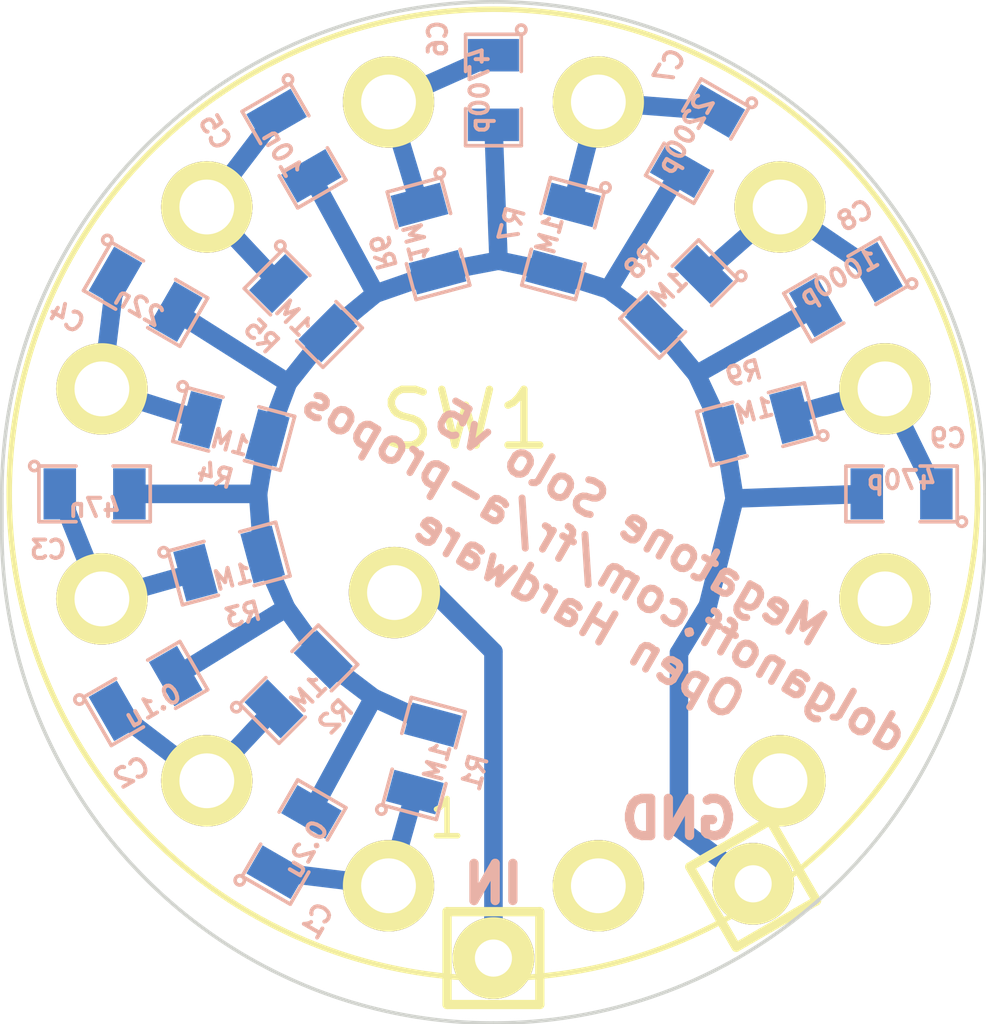
<source format=kicad_pcb>
(kicad_pcb (version 4) (host pcbnew "(2014-12-07 BZR 5316)-product")

  (general
    (links 37)
    (no_connects 0)
    (area 128.39781 72.51781 156.099934 101.028177)
    (thickness 1.6)
    (drawings 9)
    (tracks 54)
    (zones 0)
    (modules 21)
    (nets 15)
  )

  (page A4)
  (layers
    (0 F.Cu signal)
    (31 B.Cu signal)
    (32 B.Adhes user)
    (33 F.Adhes user)
    (34 B.Paste user)
    (35 F.Paste user)
    (36 B.SilkS user)
    (37 F.SilkS user)
    (38 B.Mask user)
    (39 F.Mask user)
    (40 Dwgs.User user)
    (41 Cmts.User user)
    (42 Eco1.User user)
    (43 Eco2.User user)
    (44 Edge.Cuts user)
    (45 Margin user)
    (46 B.CrtYd user)
    (47 F.CrtYd user)
    (48 B.Fab user)
    (49 F.Fab user)
  )

  (setup
    (last_trace_width 0.508)
    (trace_clearance 0.508)
    (zone_clearance 0.381)
    (zone_45_only no)
    (trace_min 0.254)
    (segment_width 0.2)
    (edge_width 0.1)
    (via_size 0.889)
    (via_drill 0.635)
    (via_min_size 0.889)
    (via_min_drill 0.508)
    (uvia_size 0.508)
    (uvia_drill 0.127)
    (uvias_allowed no)
    (uvia_min_size 0.508)
    (uvia_min_drill 0.127)
    (pcb_text_width 0.3)
    (pcb_text_size 1.5 1.5)
    (mod_edge_width 0.15)
    (mod_text_size 1 1)
    (mod_text_width 0.15)
    (pad_size 2.2352 2.2352)
    (pad_drill 1.016)
    (pad_to_mask_clearance 0)
    (aux_axis_origin 0 0)
    (visible_elements 7FFEFF7F)
    (pcbplotparams
      (layerselection 0x010f0_80000001)
      (usegerberextensions true)
      (excludeedgelayer true)
      (linewidth 0.100000)
      (plotframeref false)
      (viasonmask false)
      (mode 1)
      (useauxorigin false)
      (hpglpennumber 1)
      (hpglpenspeed 20)
      (hpglpendiameter 15)
      (hpglpenoverlay 2)
      (psnegative false)
      (psa4output false)
      (plotreference true)
      (plotvalue false)
      (plotinvisibletext false)
      (padsonsilk false)
      (subtractmaskfromsilk true)
      (outputformat 1)
      (mirror false)
      (drillshape 0)
      (scaleselection 1)
      (outputdirectory plots/))
  )

  (net 0 "")
  (net 1 "Net-(C1-Pad1)")
  (net 2 GND)
  (net 3 "Net-(C2-Pad1)")
  (net 4 "Net-(C3-Pad1)")
  (net 5 "Net-(C4-Pad1)")
  (net 6 "Net-(C5-Pad1)")
  (net 7 "Net-(C6-Pad1)")
  (net 8 "Net-(C7-Pad1)")
  (net 9 "Net-(C8-Pad1)")
  (net 10 "Net-(C9-Pad1)")
  (net 11 "Net-(P1-Pad1)")
  (net 12 "Net-(SW1-Pad12)")
  (net 13 "Net-(SW1-Pad10)")
  (net 14 "Net-(SW1-Pad11)")

  (net_class Default "This is the default net class."
    (clearance 0.508)
    (trace_width 0.508)
    (via_dia 0.889)
    (via_drill 0.635)
    (uvia_dia 0.508)
    (uvia_drill 0.127)
    (add_net GND)
    (add_net "Net-(C1-Pad1)")
    (add_net "Net-(C2-Pad1)")
    (add_net "Net-(C3-Pad1)")
    (add_net "Net-(C4-Pad1)")
    (add_net "Net-(C5-Pad1)")
    (add_net "Net-(C6-Pad1)")
    (add_net "Net-(C7-Pad1)")
    (add_net "Net-(C8-Pad1)")
    (add_net "Net-(C9-Pad1)")
    (add_net "Net-(P1-Pad1)")
    (add_net "Net-(SW1-Pad10)")
    (add_net "Net-(SW1-Pad11)")
    (add_net "Net-(SW1-Pad12)")
  )

  (module Pin_Headers:Pin_Header_Straight_1x01 (layer F.Cu) (tedit 544675A9) (tstamp 54464A50)
    (at 142.24 99.06 90)
    (descr "1 pin")
    (tags "CONN DEV")
    (path /53FAA779)
    (fp_text reference P1 (at 0 -2.286 90) (layer F.SilkS) hide
      (effects (font (size 1.27 1.27) (thickness 0.2032)))
    )
    (fp_text value CONN_01X01 (at 0 0 90) (layer F.SilkS) hide
      (effects (font (size 1.27 1.27) (thickness 0.2032)))
    )
    (fp_line (start -1.27 -1.27) (end -1.27 1.27) (layer F.SilkS) (width 0.254))
    (fp_line (start -1.27 1.27) (end 1.27 1.27) (layer F.SilkS) (width 0.254))
    (fp_line (start 1.27 1.27) (end 1.27 -1.27) (layer F.SilkS) (width 0.254))
    (fp_line (start 1.27 -1.27) (end -1.27 -1.27) (layer F.SilkS) (width 0.254))
    (pad 1 thru_hole circle (at 0 0 90) (size 2.2352 2.2352) (drill 1.016) (layers *.Cu *.Mask F.SilkS)
      (net 11 "Net-(P1-Pad1)"))
    (model Pin_Headers/Pin_Header_Straight_1x01.wrl
      (at (xyz 0 0 0))
      (scale (xyz 1 1 1))
      (rotate (xyz 0 0 0))
    )
  )

  (module Pin_Headers:Pin_Header_Straight_1x01 (layer F.Cu) (tedit 544675A1) (tstamp 544665F0)
    (at 149.352 97.028 30)
    (descr "1 pin")
    (tags "CONN DEV")
    (path /53FAA7E8)
    (fp_text reference P2 (at 0.012895 2.896017 30) (layer F.SilkS) hide
      (effects (font (size 1.27 1.27) (thickness 0.2032)))
    )
    (fp_text value CONN_01X01 (at 0 0 30) (layer F.SilkS) hide
      (effects (font (size 1.27 1.27) (thickness 0.2032)))
    )
    (fp_line (start -1.27 -1.27) (end -1.27 1.27) (layer F.SilkS) (width 0.254))
    (fp_line (start -1.27 1.27) (end 1.27 1.27) (layer F.SilkS) (width 0.254))
    (fp_line (start 1.27 1.27) (end 1.27 -1.27) (layer F.SilkS) (width 0.254))
    (fp_line (start 1.27 -1.27) (end -1.27 -1.27) (layer F.SilkS) (width 0.254))
    (pad 1 thru_hole circle (at 0 0 30) (size 2.2352 2.2352) (drill 1.016) (layers *.Cu *.Mask F.SilkS)
      (net 2 GND))
    (model Pin_Headers/Pin_Header_Straight_1x01.wrl
      (at (xyz 0 0 0))
      (scale (xyz 1 1 1))
      (rotate (xyz 0 0 0))
    )
  )

  (module libcms:SM0805 (layer B.Cu) (tedit 54467763) (tstamp 544661BE)
    (at 136.779 95.885 60)
    (path /53FA718A)
    (attr smd)
    (fp_text reference C1 (at -1.552249 1.629426 60) (layer B.SilkS)
      (effects (font (size 0.50038 0.50038) (thickness 0.10922)) (justify mirror))
    )
    (fp_text value 0.2u (at 0 0.381 60) (layer B.SilkS)
      (effects (font (size 0.50038 0.50038) (thickness 0.10922)) (justify mirror))
    )
    (fp_circle (center -1.651 -0.762) (end -1.651 -0.635) (layer B.SilkS) (width 0.09906))
    (fp_line (start -0.508 -0.762) (end -1.524 -0.762) (layer B.SilkS) (width 0.09906))
    (fp_line (start -1.524 -0.762) (end -1.524 0.762) (layer B.SilkS) (width 0.09906))
    (fp_line (start -1.524 0.762) (end -0.508 0.762) (layer B.SilkS) (width 0.09906))
    (fp_line (start 0.508 0.762) (end 1.524 0.762) (layer B.SilkS) (width 0.09906))
    (fp_line (start 1.524 0.762) (end 1.524 -0.762) (layer B.SilkS) (width 0.09906))
    (fp_line (start 1.524 -0.762) (end 0.508 -0.762) (layer B.SilkS) (width 0.09906))
    (pad 1 smd rect (at -0.9525 0 60) (size 0.889 1.397) (layers B.Cu B.Paste B.Mask)
      (net 1 "Net-(C1-Pad1)"))
    (pad 2 smd rect (at 0.9525 0 60) (size 0.889 1.397) (layers B.Cu B.Paste B.Mask)
      (net 2 GND))
    (model smd/chip_cms.wrl
      (at (xyz 0 0 0))
      (scale (xyz 0.1 0.1 0.1))
      (rotate (xyz 0 0 0))
    )
  )

  (module libcms:SM0805 (layer B.Cu) (tedit 54467773) (tstamp 5446614F)
    (at 132.715 91.821 30)
    (path /53FA677F)
    (attr smd)
    (fp_text reference C2 (at -1.409456 1.679249 30) (layer B.SilkS)
      (effects (font (size 0.50038 0.50038) (thickness 0.10922)) (justify mirror))
    )
    (fp_text value 0.1u (at 0 0.381 30) (layer B.SilkS)
      (effects (font (size 0.50038 0.50038) (thickness 0.10922)) (justify mirror))
    )
    (fp_circle (center -1.651 -0.762) (end -1.651 -0.635) (layer B.SilkS) (width 0.09906))
    (fp_line (start -0.508 -0.762) (end -1.524 -0.762) (layer B.SilkS) (width 0.09906))
    (fp_line (start -1.524 -0.762) (end -1.524 0.762) (layer B.SilkS) (width 0.09906))
    (fp_line (start -1.524 0.762) (end -0.508 0.762) (layer B.SilkS) (width 0.09906))
    (fp_line (start 0.508 0.762) (end 1.524 0.762) (layer B.SilkS) (width 0.09906))
    (fp_line (start 1.524 0.762) (end 1.524 -0.762) (layer B.SilkS) (width 0.09906))
    (fp_line (start 1.524 -0.762) (end 0.508 -0.762) (layer B.SilkS) (width 0.09906))
    (pad 1 smd rect (at -0.9525 0 30) (size 0.889 1.397) (layers B.Cu B.Paste B.Mask)
      (net 3 "Net-(C2-Pad1)"))
    (pad 2 smd rect (at 0.9525 0 30) (size 0.889 1.397) (layers B.Cu B.Paste B.Mask)
      (net 2 GND))
    (model smd/chip_cms.wrl
      (at (xyz 0 0 0))
      (scale (xyz 0.1 0.1 0.1))
      (rotate (xyz 0 0 0))
    )
  )

  (module libcms:SM0805 (layer B.Cu) (tedit 5446777A) (tstamp 54465978)
    (at 131.318 86.36)
    (path /53FA676D)
    (attr smd)
    (fp_text reference C3 (at -1.27 1.524) (layer B.SilkS)
      (effects (font (size 0.50038 0.50038) (thickness 0.10922)) (justify mirror))
    )
    (fp_text value 47n (at 0 0.381) (layer B.SilkS)
      (effects (font (size 0.50038 0.50038) (thickness 0.10922)) (justify mirror))
    )
    (fp_circle (center -1.651 -0.762) (end -1.651 -0.635) (layer B.SilkS) (width 0.09906))
    (fp_line (start -0.508 -0.762) (end -1.524 -0.762) (layer B.SilkS) (width 0.09906))
    (fp_line (start -1.524 -0.762) (end -1.524 0.762) (layer B.SilkS) (width 0.09906))
    (fp_line (start -1.524 0.762) (end -0.508 0.762) (layer B.SilkS) (width 0.09906))
    (fp_line (start 0.508 0.762) (end 1.524 0.762) (layer B.SilkS) (width 0.09906))
    (fp_line (start 1.524 0.762) (end 1.524 -0.762) (layer B.SilkS) (width 0.09906))
    (fp_line (start 1.524 -0.762) (end 0.508 -0.762) (layer B.SilkS) (width 0.09906))
    (pad 1 smd rect (at -0.9525 0) (size 0.889 1.397) (layers B.Cu B.Paste B.Mask)
      (net 4 "Net-(C3-Pad1)"))
    (pad 2 smd rect (at 0.9525 0) (size 0.889 1.397) (layers B.Cu B.Paste B.Mask)
      (net 2 GND))
    (model smd/chip_cms.wrl
      (at (xyz 0 0 0))
      (scale (xyz 0.1 0.1 0.1))
      (rotate (xyz 0 0 0))
    )
  )

  (module libcms:SM0805 (layer B.Cu) (tedit 54467797) (tstamp 54465C02)
    (at 132.715 80.899 330)
    (path /53FA675B)
    (attr smd)
    (fp_text reference C4 (at -1.552249 1.629426 330) (layer B.SilkS)
      (effects (font (size 0.50038 0.50038) (thickness 0.10922)) (justify mirror))
    )
    (fp_text value 22n (at 0 0.381 330) (layer B.SilkS)
      (effects (font (size 0.50038 0.50038) (thickness 0.10922)) (justify mirror))
    )
    (fp_circle (center -1.651 -0.762) (end -1.651 -0.635) (layer B.SilkS) (width 0.09906))
    (fp_line (start -0.508 -0.762) (end -1.524 -0.762) (layer B.SilkS) (width 0.09906))
    (fp_line (start -1.524 -0.762) (end -1.524 0.762) (layer B.SilkS) (width 0.09906))
    (fp_line (start -1.524 0.762) (end -0.508 0.762) (layer B.SilkS) (width 0.09906))
    (fp_line (start 0.508 0.762) (end 1.524 0.762) (layer B.SilkS) (width 0.09906))
    (fp_line (start 1.524 0.762) (end 1.524 -0.762) (layer B.SilkS) (width 0.09906))
    (fp_line (start 1.524 -0.762) (end 0.508 -0.762) (layer B.SilkS) (width 0.09906))
    (pad 1 smd rect (at -0.9525 0 330) (size 0.889 1.397) (layers B.Cu B.Paste B.Mask)
      (net 5 "Net-(C4-Pad1)"))
    (pad 2 smd rect (at 0.9525 0 330) (size 0.889 1.397) (layers B.Cu B.Paste B.Mask)
      (net 2 GND))
    (model smd/chip_cms.wrl
      (at (xyz 0 0 0))
      (scale (xyz 0.1 0.1 0.1))
      (rotate (xyz 0 0 0))
    )
  )

  (module libcms:SM0805 (layer B.Cu) (tedit 54467794) (tstamp 54465982)
    (at 136.779 76.835 300)
    (path /53FA6749)
    (attr smd)
    (fp_text reference C5 (at -1.409456 1.679249 300) (layer B.SilkS)
      (effects (font (size 0.50038 0.50038) (thickness 0.10922)) (justify mirror))
    )
    (fp_text value 10n (at 0 0.381 300) (layer B.SilkS)
      (effects (font (size 0.50038 0.50038) (thickness 0.10922)) (justify mirror))
    )
    (fp_circle (center -1.651 -0.762) (end -1.651 -0.635) (layer B.SilkS) (width 0.09906))
    (fp_line (start -0.508 -0.762) (end -1.524 -0.762) (layer B.SilkS) (width 0.09906))
    (fp_line (start -1.524 -0.762) (end -1.524 0.762) (layer B.SilkS) (width 0.09906))
    (fp_line (start -1.524 0.762) (end -0.508 0.762) (layer B.SilkS) (width 0.09906))
    (fp_line (start 0.508 0.762) (end 1.524 0.762) (layer B.SilkS) (width 0.09906))
    (fp_line (start 1.524 0.762) (end 1.524 -0.762) (layer B.SilkS) (width 0.09906))
    (fp_line (start 1.524 -0.762) (end 0.508 -0.762) (layer B.SilkS) (width 0.09906))
    (pad 1 smd rect (at -0.9525 0 300) (size 0.889 1.397) (layers B.Cu B.Paste B.Mask)
      (net 6 "Net-(C5-Pad1)"))
    (pad 2 smd rect (at 0.9525 0 300) (size 0.889 1.397) (layers B.Cu B.Paste B.Mask)
      (net 2 GND))
    (model smd/chip_cms.wrl
      (at (xyz 0 0 0))
      (scale (xyz 0.1 0.1 0.1))
      (rotate (xyz 0 0 0))
    )
  )

  (module libcms:SM0805 (layer B.Cu) (tedit 544677A7) (tstamp 54465987)
    (at 142.24 75.311 270)
    (path /53FA668D)
    (attr smd)
    (fp_text reference C6 (at -1.397 1.524 270) (layer B.SilkS)
      (effects (font (size 0.50038 0.50038) (thickness 0.10922)) (justify mirror))
    )
    (fp_text value 4700p (at 0 0.381 270) (layer B.SilkS)
      (effects (font (size 0.50038 0.50038) (thickness 0.10922)) (justify mirror))
    )
    (fp_circle (center -1.651 -0.762) (end -1.651 -0.635) (layer B.SilkS) (width 0.09906))
    (fp_line (start -0.508 -0.762) (end -1.524 -0.762) (layer B.SilkS) (width 0.09906))
    (fp_line (start -1.524 -0.762) (end -1.524 0.762) (layer B.SilkS) (width 0.09906))
    (fp_line (start -1.524 0.762) (end -0.508 0.762) (layer B.SilkS) (width 0.09906))
    (fp_line (start 0.508 0.762) (end 1.524 0.762) (layer B.SilkS) (width 0.09906))
    (fp_line (start 1.524 0.762) (end 1.524 -0.762) (layer B.SilkS) (width 0.09906))
    (fp_line (start 1.524 -0.762) (end 0.508 -0.762) (layer B.SilkS) (width 0.09906))
    (pad 1 smd rect (at -0.9525 0 270) (size 0.889 1.397) (layers B.Cu B.Paste B.Mask)
      (net 7 "Net-(C6-Pad1)"))
    (pad 2 smd rect (at 0.9525 0 270) (size 0.889 1.397) (layers B.Cu B.Paste B.Mask)
      (net 2 GND))
    (model smd/chip_cms.wrl
      (at (xyz 0 0 0))
      (scale (xyz 0.1 0.1 0.1))
      (rotate (xyz 0 0 0))
    )
  )

  (module libcms:SM0805 (layer B.Cu) (tedit 544677AD) (tstamp 54465C78)
    (at 147.828 76.708 240)
    (path /53FA667B)
    (attr smd)
    (fp_text reference C7 (at -1.378764 1.675911 240) (layer B.SilkS)
      (effects (font (size 0.50038 0.50038) (thickness 0.10922)) (justify mirror))
    )
    (fp_text value 2200p (at 0 0.381 240) (layer B.SilkS)
      (effects (font (size 0.50038 0.50038) (thickness 0.10922)) (justify mirror))
    )
    (fp_circle (center -1.651 -0.762) (end -1.651 -0.635) (layer B.SilkS) (width 0.09906))
    (fp_line (start -0.508 -0.762) (end -1.524 -0.762) (layer B.SilkS) (width 0.09906))
    (fp_line (start -1.524 -0.762) (end -1.524 0.762) (layer B.SilkS) (width 0.09906))
    (fp_line (start -1.524 0.762) (end -0.508 0.762) (layer B.SilkS) (width 0.09906))
    (fp_line (start 0.508 0.762) (end 1.524 0.762) (layer B.SilkS) (width 0.09906))
    (fp_line (start 1.524 0.762) (end 1.524 -0.762) (layer B.SilkS) (width 0.09906))
    (fp_line (start 1.524 -0.762) (end 0.508 -0.762) (layer B.SilkS) (width 0.09906))
    (pad 1 smd rect (at -0.9525 0 240) (size 0.889 1.397) (layers B.Cu B.Paste B.Mask)
      (net 8 "Net-(C7-Pad1)"))
    (pad 2 smd rect (at 0.9525 0 240) (size 0.889 1.397) (layers B.Cu B.Paste B.Mask)
      (net 2 GND))
    (model smd/chip_cms.wrl
      (at (xyz 0 0 0))
      (scale (xyz 0.1 0.1 0.1))
      (rotate (xyz 0 0 0))
    )
  )

  (module libcms:SM0805 (layer B.Cu) (tedit 544677B5) (tstamp 54465991)
    (at 151.892 80.772 210)
    (path /53FA660D)
    (attr smd)
    (fp_text reference C8 (at -1.23597 1.632764 210) (layer B.SilkS)
      (effects (font (size 0.50038 0.50038) (thickness 0.10922)) (justify mirror))
    )
    (fp_text value 1000p (at 0 0.381 210) (layer B.SilkS)
      (effects (font (size 0.50038 0.50038) (thickness 0.10922)) (justify mirror))
    )
    (fp_circle (center -1.651 -0.762) (end -1.651 -0.635) (layer B.SilkS) (width 0.09906))
    (fp_line (start -0.508 -0.762) (end -1.524 -0.762) (layer B.SilkS) (width 0.09906))
    (fp_line (start -1.524 -0.762) (end -1.524 0.762) (layer B.SilkS) (width 0.09906))
    (fp_line (start -1.524 0.762) (end -0.508 0.762) (layer B.SilkS) (width 0.09906))
    (fp_line (start 0.508 0.762) (end 1.524 0.762) (layer B.SilkS) (width 0.09906))
    (fp_line (start 1.524 0.762) (end 1.524 -0.762) (layer B.SilkS) (width 0.09906))
    (fp_line (start 1.524 -0.762) (end 0.508 -0.762) (layer B.SilkS) (width 0.09906))
    (pad 1 smd rect (at -0.9525 0 210) (size 0.889 1.397) (layers B.Cu B.Paste B.Mask)
      (net 9 "Net-(C8-Pad1)"))
    (pad 2 smd rect (at 0.9525 0 210) (size 0.889 1.397) (layers B.Cu B.Paste B.Mask)
      (net 2 GND))
    (model smd/chip_cms.wrl
      (at (xyz 0 0 0))
      (scale (xyz 0.1 0.1 0.1))
      (rotate (xyz 0 0 0))
    )
  )

  (module libcms:SM0805 (layer B.Cu) (tedit 544677BB) (tstamp 54465996)
    (at 153.416 86.36 180)
    (path /53FA6469)
    (attr smd)
    (fp_text reference C9 (at -1.27 1.524 180) (layer B.SilkS)
      (effects (font (size 0.50038 0.50038) (thickness 0.10922)) (justify mirror))
    )
    (fp_text value 470p (at 0 0.381 180) (layer B.SilkS)
      (effects (font (size 0.50038 0.50038) (thickness 0.10922)) (justify mirror))
    )
    (fp_circle (center -1.651 -0.762) (end -1.651 -0.635) (layer B.SilkS) (width 0.09906))
    (fp_line (start -0.508 -0.762) (end -1.524 -0.762) (layer B.SilkS) (width 0.09906))
    (fp_line (start -1.524 -0.762) (end -1.524 0.762) (layer B.SilkS) (width 0.09906))
    (fp_line (start -1.524 0.762) (end -0.508 0.762) (layer B.SilkS) (width 0.09906))
    (fp_line (start 0.508 0.762) (end 1.524 0.762) (layer B.SilkS) (width 0.09906))
    (fp_line (start 1.524 0.762) (end 1.524 -0.762) (layer B.SilkS) (width 0.09906))
    (fp_line (start 1.524 -0.762) (end 0.508 -0.762) (layer B.SilkS) (width 0.09906))
    (pad 1 smd rect (at -0.9525 0 180) (size 0.889 1.397) (layers B.Cu B.Paste B.Mask)
      (net 10 "Net-(C9-Pad1)"))
    (pad 2 smd rect (at 0.9525 0 180) (size 0.889 1.397) (layers B.Cu B.Paste B.Mask)
      (net 2 GND))
    (model smd/chip_cms.wrl
      (at (xyz 0 0 0))
      (scale (xyz 0.1 0.1 0.1))
      (rotate (xyz 0 0 0))
    )
  )

  (module libcms:SM0805 (layer B.Cu) (tedit 5446765D) (tstamp 5446621E)
    (at 140.335 93.599 75)
    (path /53FA7190)
    (attr smd)
    (fp_text reference R1 (at -0.006448 1.448008 75) (layer B.SilkS)
      (effects (font (size 0.50038 0.50038) (thickness 0.10922)) (justify mirror))
    )
    (fp_text value 1M (at 0 0.381 75) (layer B.SilkS)
      (effects (font (size 0.50038 0.50038) (thickness 0.10922)) (justify mirror))
    )
    (fp_circle (center -1.651 -0.762) (end -1.651 -0.635) (layer B.SilkS) (width 0.09906))
    (fp_line (start -0.508 -0.762) (end -1.524 -0.762) (layer B.SilkS) (width 0.09906))
    (fp_line (start -1.524 -0.762) (end -1.524 0.762) (layer B.SilkS) (width 0.09906))
    (fp_line (start -1.524 0.762) (end -0.508 0.762) (layer B.SilkS) (width 0.09906))
    (fp_line (start 0.508 0.762) (end 1.524 0.762) (layer B.SilkS) (width 0.09906))
    (fp_line (start 1.524 0.762) (end 1.524 -0.762) (layer B.SilkS) (width 0.09906))
    (fp_line (start 1.524 -0.762) (end 0.508 -0.762) (layer B.SilkS) (width 0.09906))
    (pad 1 smd rect (at -0.9525 0 75) (size 0.889 1.397) (layers B.Cu B.Paste B.Mask)
      (net 1 "Net-(C1-Pad1)"))
    (pad 2 smd rect (at 0.9525 0 75) (size 0.889 1.397) (layers B.Cu B.Paste B.Mask)
      (net 2 GND))
    (model smd/chip_cms.wrl
      (at (xyz 0 0 0))
      (scale (xyz 0.1 0.1 0.1))
      (rotate (xyz 0 0 0))
    )
  )

  (module libcms:SM0805 (layer B.Cu) (tedit 5446766E) (tstamp 544659A0)
    (at 136.906 91.567 45)
    (path /53FA6785)
    (attr smd)
    (fp_text reference R2 (at 0.089803 1.347038 45) (layer B.SilkS)
      (effects (font (size 0.50038 0.50038) (thickness 0.10922)) (justify mirror))
    )
    (fp_text value 1M (at 0 0.381 45) (layer B.SilkS)
      (effects (font (size 0.50038 0.50038) (thickness 0.10922)) (justify mirror))
    )
    (fp_circle (center -1.651 -0.762) (end -1.651 -0.635) (layer B.SilkS) (width 0.09906))
    (fp_line (start -0.508 -0.762) (end -1.524 -0.762) (layer B.SilkS) (width 0.09906))
    (fp_line (start -1.524 -0.762) (end -1.524 0.762) (layer B.SilkS) (width 0.09906))
    (fp_line (start -1.524 0.762) (end -0.508 0.762) (layer B.SilkS) (width 0.09906))
    (fp_line (start 0.508 0.762) (end 1.524 0.762) (layer B.SilkS) (width 0.09906))
    (fp_line (start 1.524 0.762) (end 1.524 -0.762) (layer B.SilkS) (width 0.09906))
    (fp_line (start 1.524 -0.762) (end 0.508 -0.762) (layer B.SilkS) (width 0.09906))
    (pad 1 smd rect (at -0.9525 0 45) (size 0.889 1.397) (layers B.Cu B.Paste B.Mask)
      (net 3 "Net-(C2-Pad1)"))
    (pad 2 smd rect (at 0.9525 0 45) (size 0.889 1.397) (layers B.Cu B.Paste B.Mask)
      (net 2 GND))
    (model smd/chip_cms.wrl
      (at (xyz 0 0 0))
      (scale (xyz 0.1 0.1 0.1))
      (rotate (xyz 0 0 0))
    )
  )

  (module libcms:SM0805 (layer B.Cu) (tedit 54467673) (tstamp 544659A5)
    (at 135.001 88.265 15)
    (path /53FA6773)
    (attr smd)
    (fp_text reference R3 (at 0.006448 1.448008 15) (layer B.SilkS)
      (effects (font (size 0.50038 0.50038) (thickness 0.10922)) (justify mirror))
    )
    (fp_text value 1M (at 0 0.381 15) (layer B.SilkS)
      (effects (font (size 0.50038 0.50038) (thickness 0.10922)) (justify mirror))
    )
    (fp_circle (center -1.651 -0.762) (end -1.651 -0.635) (layer B.SilkS) (width 0.09906))
    (fp_line (start -0.508 -0.762) (end -1.524 -0.762) (layer B.SilkS) (width 0.09906))
    (fp_line (start -1.524 -0.762) (end -1.524 0.762) (layer B.SilkS) (width 0.09906))
    (fp_line (start -1.524 0.762) (end -0.508 0.762) (layer B.SilkS) (width 0.09906))
    (fp_line (start 0.508 0.762) (end 1.524 0.762) (layer B.SilkS) (width 0.09906))
    (fp_line (start 1.524 0.762) (end 1.524 -0.762) (layer B.SilkS) (width 0.09906))
    (fp_line (start 1.524 -0.762) (end 0.508 -0.762) (layer B.SilkS) (width 0.09906))
    (pad 1 smd rect (at -0.9525 0 15) (size 0.889 1.397) (layers B.Cu B.Paste B.Mask)
      (net 4 "Net-(C3-Pad1)"))
    (pad 2 smd rect (at 0.9525 0 15) (size 0.889 1.397) (layers B.Cu B.Paste B.Mask)
      (net 2 GND))
    (model smd/chip_cms.wrl
      (at (xyz 0 0 0))
      (scale (xyz 0.1 0.1 0.1))
      (rotate (xyz 0 0 0))
    )
  )

  (module libcms:SM0805 (layer B.Cu) (tedit 54467678) (tstamp 544659AA)
    (at 135.128 84.582 345)
    (path /53FA6761)
    (attr smd)
    (fp_text reference R4 (at -0.16199 1.358206 345) (layer B.SilkS)
      (effects (font (size 0.50038 0.50038) (thickness 0.10922)) (justify mirror))
    )
    (fp_text value 1M (at 0 0.381 345) (layer B.SilkS)
      (effects (font (size 0.50038 0.50038) (thickness 0.10922)) (justify mirror))
    )
    (fp_circle (center -1.651 -0.762) (end -1.651 -0.635) (layer B.SilkS) (width 0.09906))
    (fp_line (start -0.508 -0.762) (end -1.524 -0.762) (layer B.SilkS) (width 0.09906))
    (fp_line (start -1.524 -0.762) (end -1.524 0.762) (layer B.SilkS) (width 0.09906))
    (fp_line (start -1.524 0.762) (end -0.508 0.762) (layer B.SilkS) (width 0.09906))
    (fp_line (start 0.508 0.762) (end 1.524 0.762) (layer B.SilkS) (width 0.09906))
    (fp_line (start 1.524 0.762) (end 1.524 -0.762) (layer B.SilkS) (width 0.09906))
    (fp_line (start 1.524 -0.762) (end 0.508 -0.762) (layer B.SilkS) (width 0.09906))
    (pad 1 smd rect (at -0.9525 0 345) (size 0.889 1.397) (layers B.Cu B.Paste B.Mask)
      (net 5 "Net-(C4-Pad1)"))
    (pad 2 smd rect (at 0.9525 0 345) (size 0.889 1.397) (layers B.Cu B.Paste B.Mask)
      (net 2 GND))
    (model smd/chip_cms.wrl
      (at (xyz 0 0 0))
      (scale (xyz 0.1 0.1 0.1))
      (rotate (xyz 0 0 0))
    )
  )

  (module libcms:SM0805 (layer B.Cu) (tedit 5446767D) (tstamp 544659AF)
    (at 137.033 81.28 315)
    (path /53FA674F)
    (attr smd)
    (fp_text reference R5 (at -0.269408 1.347038 315) (layer B.SilkS)
      (effects (font (size 0.50038 0.50038) (thickness 0.10922)) (justify mirror))
    )
    (fp_text value 1M (at 0 0.381 315) (layer B.SilkS)
      (effects (font (size 0.50038 0.50038) (thickness 0.10922)) (justify mirror))
    )
    (fp_circle (center -1.651 -0.762) (end -1.651 -0.635) (layer B.SilkS) (width 0.09906))
    (fp_line (start -0.508 -0.762) (end -1.524 -0.762) (layer B.SilkS) (width 0.09906))
    (fp_line (start -1.524 -0.762) (end -1.524 0.762) (layer B.SilkS) (width 0.09906))
    (fp_line (start -1.524 0.762) (end -0.508 0.762) (layer B.SilkS) (width 0.09906))
    (fp_line (start 0.508 0.762) (end 1.524 0.762) (layer B.SilkS) (width 0.09906))
    (fp_line (start 1.524 0.762) (end 1.524 -0.762) (layer B.SilkS) (width 0.09906))
    (fp_line (start 1.524 -0.762) (end 0.508 -0.762) (layer B.SilkS) (width 0.09906))
    (pad 1 smd rect (at -0.9525 0 315) (size 0.889 1.397) (layers B.Cu B.Paste B.Mask)
      (net 6 "Net-(C5-Pad1)"))
    (pad 2 smd rect (at 0.9525 0 315) (size 0.889 1.397) (layers B.Cu B.Paste B.Mask)
      (net 2 GND))
    (model smd/chip_cms.wrl
      (at (xyz 0 0 0))
      (scale (xyz 0.1 0.1 0.1))
      (rotate (xyz 0 0 0))
    )
  )

  (module libcms:SM0805 (layer B.Cu) (tedit 54467682) (tstamp 544659B4)
    (at 140.462 79.375 285)
    (path /53FA6693)
    (attr smd)
    (fp_text reference R6 (at 0.039318 1.325336 285) (layer B.SilkS)
      (effects (font (size 0.50038 0.50038) (thickness 0.10922)) (justify mirror))
    )
    (fp_text value 1M (at 0 0.381 285) (layer B.SilkS)
      (effects (font (size 0.50038 0.50038) (thickness 0.10922)) (justify mirror))
    )
    (fp_circle (center -1.651 -0.762) (end -1.651 -0.635) (layer B.SilkS) (width 0.09906))
    (fp_line (start -0.508 -0.762) (end -1.524 -0.762) (layer B.SilkS) (width 0.09906))
    (fp_line (start -1.524 -0.762) (end -1.524 0.762) (layer B.SilkS) (width 0.09906))
    (fp_line (start -1.524 0.762) (end -0.508 0.762) (layer B.SilkS) (width 0.09906))
    (fp_line (start 0.508 0.762) (end 1.524 0.762) (layer B.SilkS) (width 0.09906))
    (fp_line (start 1.524 0.762) (end 1.524 -0.762) (layer B.SilkS) (width 0.09906))
    (fp_line (start 1.524 -0.762) (end 0.508 -0.762) (layer B.SilkS) (width 0.09906))
    (pad 1 smd rect (at -0.9525 0 285) (size 0.889 1.397) (layers B.Cu B.Paste B.Mask)
      (net 7 "Net-(C6-Pad1)"))
    (pad 2 smd rect (at 0.9525 0 285) (size 0.889 1.397) (layers B.Cu B.Paste B.Mask)
      (net 2 GND))
    (model smd/chip_cms.wrl
      (at (xyz 0 0 0))
      (scale (xyz 0.1 0.1 0.1))
      (rotate (xyz 0 0 0))
    )
  )

  (module libcms:SM0805 (layer B.Cu) (tedit 54467688) (tstamp 54466056)
    (at 144.145 79.375 255)
    (path /53FA6681)
    (attr smd)
    (fp_text reference R7 (at -0.006448 1.448008 255) (layer B.SilkS)
      (effects (font (size 0.50038 0.50038) (thickness 0.10922)) (justify mirror))
    )
    (fp_text value 1M (at 0 0.381 255) (layer B.SilkS)
      (effects (font (size 0.50038 0.50038) (thickness 0.10922)) (justify mirror))
    )
    (fp_circle (center -1.651 -0.762) (end -1.651 -0.635) (layer B.SilkS) (width 0.09906))
    (fp_line (start -0.508 -0.762) (end -1.524 -0.762) (layer B.SilkS) (width 0.09906))
    (fp_line (start -1.524 -0.762) (end -1.524 0.762) (layer B.SilkS) (width 0.09906))
    (fp_line (start -1.524 0.762) (end -0.508 0.762) (layer B.SilkS) (width 0.09906))
    (fp_line (start 0.508 0.762) (end 1.524 0.762) (layer B.SilkS) (width 0.09906))
    (fp_line (start 1.524 0.762) (end 1.524 -0.762) (layer B.SilkS) (width 0.09906))
    (fp_line (start 1.524 -0.762) (end 0.508 -0.762) (layer B.SilkS) (width 0.09906))
    (pad 1 smd rect (at -0.9525 0 255) (size 0.889 1.397) (layers B.Cu B.Paste B.Mask)
      (net 8 "Net-(C7-Pad1)"))
    (pad 2 smd rect (at 0.9525 0 255) (size 0.889 1.397) (layers B.Cu B.Paste B.Mask)
      (net 2 GND))
    (model smd/chip_cms.wrl
      (at (xyz 0 0 0))
      (scale (xyz 0.1 0.1 0.1))
      (rotate (xyz 0 0 0))
    )
  )

  (module libcms:SM0805 (layer B.Cu) (tedit 5446768D) (tstamp 544659BE)
    (at 147.32 81.026 225)
    (path /53FA6613)
    (attr smd)
    (fp_text reference R8 (at 0 1.436841 225) (layer B.SilkS)
      (effects (font (size 0.50038 0.50038) (thickness 0.10922)) (justify mirror))
    )
    (fp_text value 1M (at 0 0.381 225) (layer B.SilkS)
      (effects (font (size 0.50038 0.50038) (thickness 0.10922)) (justify mirror))
    )
    (fp_circle (center -1.651 -0.762) (end -1.651 -0.635) (layer B.SilkS) (width 0.09906))
    (fp_line (start -0.508 -0.762) (end -1.524 -0.762) (layer B.SilkS) (width 0.09906))
    (fp_line (start -1.524 -0.762) (end -1.524 0.762) (layer B.SilkS) (width 0.09906))
    (fp_line (start -1.524 0.762) (end -0.508 0.762) (layer B.SilkS) (width 0.09906))
    (fp_line (start 0.508 0.762) (end 1.524 0.762) (layer B.SilkS) (width 0.09906))
    (fp_line (start 1.524 0.762) (end 1.524 -0.762) (layer B.SilkS) (width 0.09906))
    (fp_line (start 1.524 -0.762) (end 0.508 -0.762) (layer B.SilkS) (width 0.09906))
    (pad 1 smd rect (at -0.9525 0 225) (size 0.889 1.397) (layers B.Cu B.Paste B.Mask)
      (net 9 "Net-(C8-Pad1)"))
    (pad 2 smd rect (at 0.9525 0 225) (size 0.889 1.397) (layers B.Cu B.Paste B.Mask)
      (net 2 GND))
    (model smd/chip_cms.wrl
      (at (xyz 0 0 0))
      (scale (xyz 0.1 0.1 0.1))
      (rotate (xyz 0 0 0))
    )
  )

  (module libcms:SM0805 (layer B.Cu) (tedit 54467691) (tstamp 54466340)
    (at 149.479 84.455 195)
    (path /53FA65A0)
    (attr smd)
    (fp_text reference R9 (at 0.006448 1.448008 195) (layer B.SilkS)
      (effects (font (size 0.50038 0.50038) (thickness 0.10922)) (justify mirror))
    )
    (fp_text value 1M (at 0 0.381 195) (layer B.SilkS)
      (effects (font (size 0.50038 0.50038) (thickness 0.10922)) (justify mirror))
    )
    (fp_circle (center -1.651 -0.762) (end -1.651 -0.635) (layer B.SilkS) (width 0.09906))
    (fp_line (start -0.508 -0.762) (end -1.524 -0.762) (layer B.SilkS) (width 0.09906))
    (fp_line (start -1.524 -0.762) (end -1.524 0.762) (layer B.SilkS) (width 0.09906))
    (fp_line (start -1.524 0.762) (end -0.508 0.762) (layer B.SilkS) (width 0.09906))
    (fp_line (start 0.508 0.762) (end 1.524 0.762) (layer B.SilkS) (width 0.09906))
    (fp_line (start 1.524 0.762) (end 1.524 -0.762) (layer B.SilkS) (width 0.09906))
    (fp_line (start 1.524 -0.762) (end 0.508 -0.762) (layer B.SilkS) (width 0.09906))
    (pad 1 smd rect (at -0.9525 0 195) (size 0.889 1.397) (layers B.Cu B.Paste B.Mask)
      (net 10 "Net-(C9-Pad1)"))
    (pad 2 smd rect (at 0.9525 0 195) (size 0.889 1.397) (layers B.Cu B.Paste B.Mask)
      (net 2 GND))
    (model smd/chip_cms.wrl
      (at (xyz 0 0 0))
      (scale (xyz 0.1 0.1 0.1))
      (rotate (xyz 0 0 0))
    )
  )

  (module Custom:Lorlin_CK_1p12t (layer F.Cu) (tedit 5448D119) (tstamp 5448D26E)
    (at 142.24 86.36)
    (descr "Lorlin CK Rotary 1p12t ")
    (tags 12p1t)
    (path /53FAB2C8)
    (fp_text reference SW1 (at -0.762 -2.032) (layer F.SilkS)
      (effects (font (thickness 0.2)))
    )
    (fp_text value LORLIN_1X12 (at 2.54 2.54) (layer F.SilkS) hide
      (effects (font (thickness 0.2)))
    )
    (fp_text user 1 (at -1.27 8.89) (layer F.SilkS)
      (effects (font (size 1.016 1.016) (thickness 0.15)))
    )
    (fp_circle (center 0 0) (end 12.7 3.81) (layer F.SilkS) (width 0.15))
    (pad 12 thru_hole circle (at 2.872891 10.721776) (size 2.5 2.5) (drill 1.5) (layers *.Cu *.Mask F.SilkS)
      (net 12 "Net-(SW1-Pad12)"))
    (pad 1 thru_hole circle (at -2.872891 10.721776) (size 2.5 2.5) (drill 1.5) (layers *.Cu *.Mask F.SilkS)
      (net 1 "Net-(C1-Pad1)"))
    (pad 2 thru_hole circle (at -7.848885 7.848885) (size 2.5 2.5) (drill 1.5) (layers *.Cu *.Mask F.SilkS)
      (net 3 "Net-(C2-Pad1)"))
    (pad 3 thru_hole circle (at -10.721776 2.872891) (size 2.5 2.5) (drill 1.5) (layers *.Cu *.Mask F.SilkS)
      (net 4 "Net-(C3-Pad1)"))
    (pad 4 thru_hole circle (at -10.721776 -2.872891) (size 2.5 2.5) (drill 1.5) (layers *.Cu *.Mask F.SilkS)
      (net 5 "Net-(C4-Pad1)"))
    (pad 5 thru_hole circle (at -7.848885 -7.848885) (size 2.5 2.5) (drill 1.5) (layers *.Cu *.Mask F.SilkS)
      (net 6 "Net-(C5-Pad1)"))
    (pad 6 thru_hole circle (at -2.872891 -10.721776) (size 2.5 2.5) (drill 1.5) (layers *.Cu *.Mask F.SilkS)
      (net 7 "Net-(C6-Pad1)"))
    (pad 7 thru_hole circle (at 2.872891 -10.721776) (size 2.5 2.5) (drill 1.5) (layers *.Cu *.Mask F.SilkS)
      (net 8 "Net-(C7-Pad1)"))
    (pad 8 thru_hole circle (at 7.848885 -7.848885) (size 2.5 2.5) (drill 1.5) (layers *.Cu *.Mask F.SilkS)
      (net 9 "Net-(C8-Pad1)"))
    (pad 9 thru_hole circle (at 10.721776 -2.872891) (size 2.5 2.5) (drill 1.5) (layers *.Cu *.Mask F.SilkS)
      (net 10 "Net-(C9-Pad1)"))
    (pad 10 thru_hole circle (at 10.721776 2.872891) (size 2.5 2.5) (drill 1.5) (layers *.Cu *.Mask F.SilkS)
      (net 13 "Net-(SW1-Pad10)"))
    (pad 11 thru_hole circle (at 7.848885 7.848885) (size 2.5 2.5) (drill 1.5) (layers *.Cu *.Mask F.SilkS)
      (net 14 "Net-(SW1-Pad11)"))
    (pad A thru_hole circle (at -2.71 2.7) (size 2.5 2.5) (drill 1.5) (layers *.Cu *.Mask F.SilkS)
      (net 11 "Net-(P1-Pad1)"))
  )

  (gr_text "Megatone Solo v5\ndolganoff.com/fr/a-propos\nOpen Hardware" (at 145.288 88.392 330) (layer B.SilkS) (tstamp 544A40E0)
    (effects (font (size 0.889 0.889) (thickness 0.1905)) (justify mirror))
  )
  (gr_line (start 128.778 86.36) (end 128.778 87.376) (angle 90) (layer Edge.Cuts) (width 0.1))
  (gr_line (start 155.702 86.36) (end 155.702 87.376) (angle 90) (layer Edge.Cuts) (width 0.1))
  (gr_arc (start 142.24 87.376) (end 142.24 100.838) (angle 90) (layer Edge.Cuts) (width 0.1))
  (gr_arc (start 142.24 87.376) (end 155.702 87.376) (angle 90) (layer Edge.Cuts) (width 0.1))
  (gr_arc (start 142.24 86.36) (end 128.778 86.36) (angle 90) (layer Edge.Cuts) (width 0.1))
  (gr_arc (start 142.24 86.36) (end 142.24 72.898) (angle 90) (layer Edge.Cuts) (width 0.1))
  (gr_text IN (at 142.24 97.028) (layer B.SilkS)
    (effects (font (size 1.016 1.016) (thickness 0.254)) (justify mirror))
  )
  (gr_text GND (at 147.32 95.25) (layer B.SilkS)
    (effects (font (size 1.016 1.016) (thickness 0.254)) (justify mirror))
  )

  (segment (start 139.367109 97.081776) (end 140.088475 94.519044) (width 0.508) (layer B.Cu) (net 1) (tstamp 5446665D) (status 10))
  (segment (start 136.30275 96.709889) (end 139.367109 97.081776) (width 0.508) (layer B.Cu) (net 1) (tstamp 54466659) (status 20))
  (segment (start 148.111882 89.415472) (end 148.844 86.487) (width 0.508) (layer B.Cu) (net 2) (tstamp 5448D04A))
  (segment (start 148.082 89.535) (end 148.111882 89.415472) (width 0.508) (layer B.Cu) (net 2) (tstamp 544666FC))
  (segment (start 152.4635 86.36) (end 148.844 86.487) (width 0.508) (layer B.Cu) (net 2) (tstamp 544666EF))
  (segment (start 148.844 86.487) (end 148.558956 84.701525) (width 0.508) (layer B.Cu) (net 2) (tstamp 544666F0) (status 20))
  (segment (start 137.25525 95.060111) (end 138.954446 91.938471) (width 0.508) (layer B.Cu) (net 2) (tstamp 544666EA))
  (segment (start 138.954446 91.938471) (end 138.954446 91.938472) (width 0.508) (layer B.Cu) (net 2) (tstamp 544666EC))
  (segment (start 133.539889 91.34475) (end 136.564536 89.481141) (width 0.508) (layer B.Cu) (net 2) (tstamp 544666E5))
  (segment (start 132.2705 86.36) (end 135.794044 86.36) (width 0.508) (layer B.Cu) (net 2) (tstamp 544666E0) (status 10))
  (segment (start 133.539889 81.37525) (end 136.614485 83.322078) (width 0.508) (layer B.Cu) (net 2) (tstamp 544666DB))
  (segment (start 137.25525 77.659889) (end 139.009862 80.883336) (width 0.508) (layer B.Cu) (net 2) (tstamp 544666D6))
  (segment (start 142.24 76.2635) (end 142.380172 79.978048) (width 0.508) (layer B.Cu) (net 2) (tstamp 544666D1))
  (segment (start 147.35175 77.532889) (end 145.390372 80.768105) (width 0.508) (layer B.Cu) (net 2) (tstamp 544666CC))
  (segment (start 151.067111 81.24825) (end 147.802246 83.088701) (width 0.508) (layer B.Cu) (net 2) (tstamp 544666C7))
  (segment (start 147.802246 83.088701) (end 147.802246 83.0887) (width 0.508) (layer B.Cu) (net 2) (tstamp 544666C9))
  (segment (start 148.558956 84.701525) (end 147.802246 83.0887) (width 0.508) (layer B.Cu) (net 2) (tstamp 544666B6) (status 10))
  (segment (start 147.802246 83.0887) (end 146.646481 81.699519) (width 0.508) (layer B.Cu) (net 2) (tstamp 544666CA) (status 20))
  (segment (start 146.646481 81.699519) (end 145.390372 80.768105) (width 0.508) (layer B.Cu) (net 2) (tstamp 544666B7) (status 10))
  (segment (start 145.390372 80.768105) (end 143.898475 80.295044) (width 0.508) (layer B.Cu) (net 2) (tstamp 544666CF) (status 20))
  (segment (start 143.898475 80.295044) (end 142.380172 79.978048) (width 0.508) (layer B.Cu) (net 2) (tstamp 544666B9) (status 10))
  (segment (start 142.380172 79.978048) (end 140.708525 80.295044) (width 0.508) (layer B.Cu) (net 2) (tstamp 544666D4) (status 20))
  (segment (start 140.708525 80.295044) (end 139.009862 80.883336) (width 0.508) (layer B.Cu) (net 2) (tstamp 544666BB) (status 10))
  (segment (start 139.009862 80.883336) (end 137.706519 81.953519) (width 0.508) (layer B.Cu) (net 2) (tstamp 544666D9) (status 20))
  (segment (start 137.706519 81.953519) (end 136.614485 83.322078) (width 0.508) (layer B.Cu) (net 2) (tstamp 544666BD) (status 10))
  (segment (start 136.614485 83.322078) (end 136.048044 84.828525) (width 0.508) (layer B.Cu) (net 2) (tstamp 544666DE) (status 20))
  (segment (start 136.048044 84.828525) (end 135.794044 86.36) (width 0.508) (layer B.Cu) (net 2) (tstamp 544666BF) (status 10))
  (segment (start 135.794044 86.36) (end 135.921044 88.018475) (width 0.508) (layer B.Cu) (net 2) (tstamp 544666E3) (status 20))
  (segment (start 135.921044 88.018475) (end 136.564536 89.481141) (width 0.508) (layer B.Cu) (net 2) (tstamp 544666C1) (status 10))
  (segment (start 136.564536 89.481141) (end 137.579519 90.893481) (width 0.508) (layer B.Cu) (net 2) (tstamp 544666E8) (status 20))
  (segment (start 137.579519 90.893481) (end 138.954446 91.938472) (width 0.508) (layer B.Cu) (net 2) (tstamp 544666C3) (status 10))
  (segment (start 138.954446 91.938472) (end 140.581525 92.678956) (width 0.508) (layer B.Cu) (net 2) (tstamp 544666ED) (status 20))
  (segment (start 147.32 90.715354) (end 147.32 95.504) (width 0.508) (layer B.Cu) (net 2) (tstamp 5448D04C))
  (segment (start 147.32 95.504) (end 149.352 97.028) (width 0.508) (layer B.Cu) (net 2) (tstamp 5448D058) (status 20))
  (segment (start 148.111882 89.415472) (end 147.32 90.715354) (width 0.508) (layer B.Cu) (net 2))
  (segment (start 134.391115 94.208885) (end 136.232481 92.240519) (width 0.508) (layer B.Cu) (net 3) (tstamp 54466660) (status 10))
  (segment (start 131.890111 92.29725) (end 134.391115 94.208885) (width 0.508) (layer B.Cu) (net 3) (tstamp 54466656) (status 20))
  (segment (start 131.518224 89.232891) (end 134.080956 88.511525) (width 0.508) (layer B.Cu) (net 4) (tstamp 54466663) (status 10))
  (segment (start 130.3655 86.36) (end 131.518224 89.232891) (width 0.508) (layer B.Cu) (net 4) (tstamp 54466653) (status 20))
  (segment (start 131.518224 83.487109) (end 134.207956 84.335475) (width 0.508) (layer B.Cu) (net 5) (tstamp 54466666) (status 10))
  (segment (start 131.890111 80.42275) (end 131.518224 83.487109) (width 0.508) (layer B.Cu) (net 5) (tstamp 54466650) (status 20))
  (segment (start 134.391115 78.511115) (end 136.359481 80.606481) (width 0.508) (layer B.Cu) (net 6) (tstamp 5446668D) (status 10))
  (segment (start 136.30275 76.010111) (end 134.391115 78.511115) (width 0.508) (layer B.Cu) (net 6) (tstamp 5446664D) (status 20))
  (segment (start 139.367109 75.638224) (end 140.215475 78.454956) (width 0.508) (layer B.Cu) (net 7) (tstamp 54466690) (status 10))
  (segment (start 142.24 74.3585) (end 139.367109 75.638224) (width 0.508) (layer B.Cu) (net 7) (tstamp 5446664A) (status 20))
  (segment (start 145.112891 75.638224) (end 144.391525 78.454956) (width 0.508) (layer B.Cu) (net 8) (tstamp 54466693) (status 10))
  (segment (start 148.30425 75.883111) (end 145.112891 75.638224) (width 0.508) (layer B.Cu) (net 8) (tstamp 54466647) (status 20))
  (segment (start 150.088885 78.511115) (end 147.993519 80.352481) (width 0.508) (layer B.Cu) (net 9) (tstamp 54466696) (status 10))
  (segment (start 152.716889 80.29575) (end 150.088885 78.511115) (width 0.508) (layer B.Cu) (net 9) (tstamp 54466644) (status 20))
  (segment (start 152.961776 83.487109) (end 150.399044 84.208475) (width 0.508) (layer B.Cu) (net 10) (tstamp 544666B3) (status 10))
  (segment (start 154.3685 86.36) (end 152.961776 83.487109) (width 0.508) (layer B.Cu) (net 10) (tstamp 5446663F) (status 20))
  (segment (start 142.24 90.678) (end 142.24 99.06) (width 0.508) (layer B.Cu) (net 11) (tstamp 5448D042) (status 20))
  (segment (start 140.622 89.06) (end 142.24 90.678) (width 0.508) (layer B.Cu) (net 11) (tstamp 5448D040) (status 10))
  (segment (start 139.53 89.06) (end 140.622 89.06) (width 0.508) (layer B.Cu) (net 11) (status 30))

)

</source>
